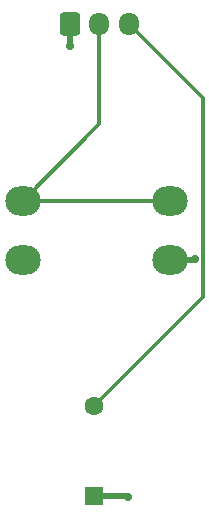
<source format=gbr>
%TF.GenerationSoftware,KiCad,Pcbnew,9.0.7*%
%TF.CreationDate,2026-01-18T23:44:21-08:00*%
%TF.ProjectId,STM32_HID_controller-right,53544d33-325f-4484-9944-5f636f6e7472,rev?*%
%TF.SameCoordinates,Original*%
%TF.FileFunction,Copper,L1,Top*%
%TF.FilePolarity,Positive*%
%FSLAX46Y46*%
G04 Gerber Fmt 4.6, Leading zero omitted, Abs format (unit mm)*
G04 Created by KiCad (PCBNEW 9.0.7) date 2026-01-18 23:44:21*
%MOMM*%
%LPD*%
G01*
G04 APERTURE LIST*
G04 Aperture macros list*
%AMRoundRect*
0 Rectangle with rounded corners*
0 $1 Rounding radius*
0 $2 $3 $4 $5 $6 $7 $8 $9 X,Y pos of 4 corners*
0 Add a 4 corners polygon primitive as box body*
4,1,4,$2,$3,$4,$5,$6,$7,$8,$9,$2,$3,0*
0 Add four circle primitives for the rounded corners*
1,1,$1+$1,$2,$3*
1,1,$1+$1,$4,$5*
1,1,$1+$1,$6,$7*
1,1,$1+$1,$8,$9*
0 Add four rect primitives between the rounded corners*
20,1,$1+$1,$2,$3,$4,$5,0*
20,1,$1+$1,$4,$5,$6,$7,0*
20,1,$1+$1,$6,$7,$8,$9,0*
20,1,$1+$1,$8,$9,$2,$3,0*%
G04 Aperture macros list end*
%TA.AperFunction,ComponentPad*%
%ADD10RoundRect,0.250000X0.550000X-0.550000X0.550000X0.550000X-0.550000X0.550000X-0.550000X-0.550000X0*%
%TD*%
%TA.AperFunction,ComponentPad*%
%ADD11C,1.600000*%
%TD*%
%TA.AperFunction,ComponentPad*%
%ADD12O,3.000000X2.500000*%
%TD*%
%TA.AperFunction,ComponentPad*%
%ADD13RoundRect,0.250000X-0.600000X-0.725000X0.600000X-0.725000X0.600000X0.725000X-0.600000X0.725000X0*%
%TD*%
%TA.AperFunction,ComponentPad*%
%ADD14O,1.700000X1.950000*%
%TD*%
%TA.AperFunction,ViaPad*%
%ADD15C,0.700000*%
%TD*%
%TA.AperFunction,Conductor*%
%ADD16C,0.500000*%
%TD*%
%TA.AperFunction,Conductor*%
%ADD17C,0.300000*%
%TD*%
G04 APERTURE END LIST*
D10*
%TO.P,trigger1,1,1*%
%TO.N,GND*%
X132000000Y-180000000D03*
D11*
%TO.P,trigger1,2,2*%
%TO.N,Net-(J4-Pin_3)*%
X132000000Y-172380000D03*
%TD*%
D12*
%TO.P,shoulder1,1,1*%
%TO.N,Net-(J4-Pin_2)*%
X126000000Y-155000000D03*
X138500000Y-155000000D03*
%TO.P,shoulder1,2,2*%
%TO.N,GND*%
X126000000Y-160000000D03*
X138500000Y-160000000D03*
%TD*%
D13*
%TO.P,J4,1,Pin_1*%
%TO.N,GND*%
X130000000Y-140000000D03*
D14*
%TO.P,J4,2,Pin_2*%
%TO.N,Net-(J4-Pin_2)*%
X132500000Y-140000000D03*
%TO.P,J4,3,Pin_3*%
%TO.N,Net-(J4-Pin_3)*%
X135000000Y-140000000D03*
%TD*%
D15*
%TO.N,GND*%
X140550000Y-159950000D03*
X130000000Y-141900000D03*
X134950000Y-180050000D03*
%TD*%
D16*
%TO.N,GND*%
X140500000Y-160000000D02*
X140550000Y-159950000D01*
X134900000Y-180000000D02*
X134950000Y-180050000D01*
X138500000Y-160000000D02*
X140500000Y-160000000D01*
X130000000Y-140000000D02*
X130000000Y-141900000D01*
X132000000Y-180000000D02*
X134900000Y-180000000D01*
D17*
%TO.N,Net-(J4-Pin_3)*%
X135000000Y-140000000D02*
X141251000Y-146251000D01*
X141251000Y-146251000D02*
X141251000Y-163129000D01*
X141251000Y-163129000D02*
X132000000Y-172380000D01*
%TO.N,Net-(J4-Pin_2)*%
X132500000Y-148500000D02*
X126000000Y-155000000D01*
X132500000Y-140000000D02*
X132500000Y-148500000D01*
X138500000Y-155000000D02*
X126000000Y-155000000D01*
%TD*%
M02*

</source>
